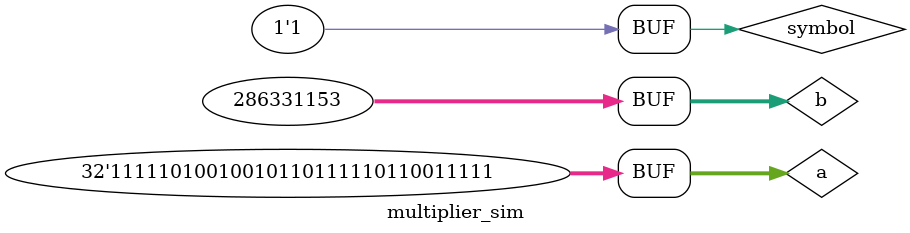
<source format=v>
`timescale 1ns / 1ps


module multiplier_sim(

    );

reg[31:0] a;
reg[31:0] b;
reg symbol = 0;

wire [63:0] o;

multiplier uut(
    .a(a),
    .b(b),
    .symbol(symbol),
    .o(o)
    );

initial begin
     a = 32'hFa4b_7d9f;
     b = 32'h4d6c_4e3a;
     #10 b = 32'h1111_1111;
     #1000 symbol = 1;
end
endmodule

</source>
